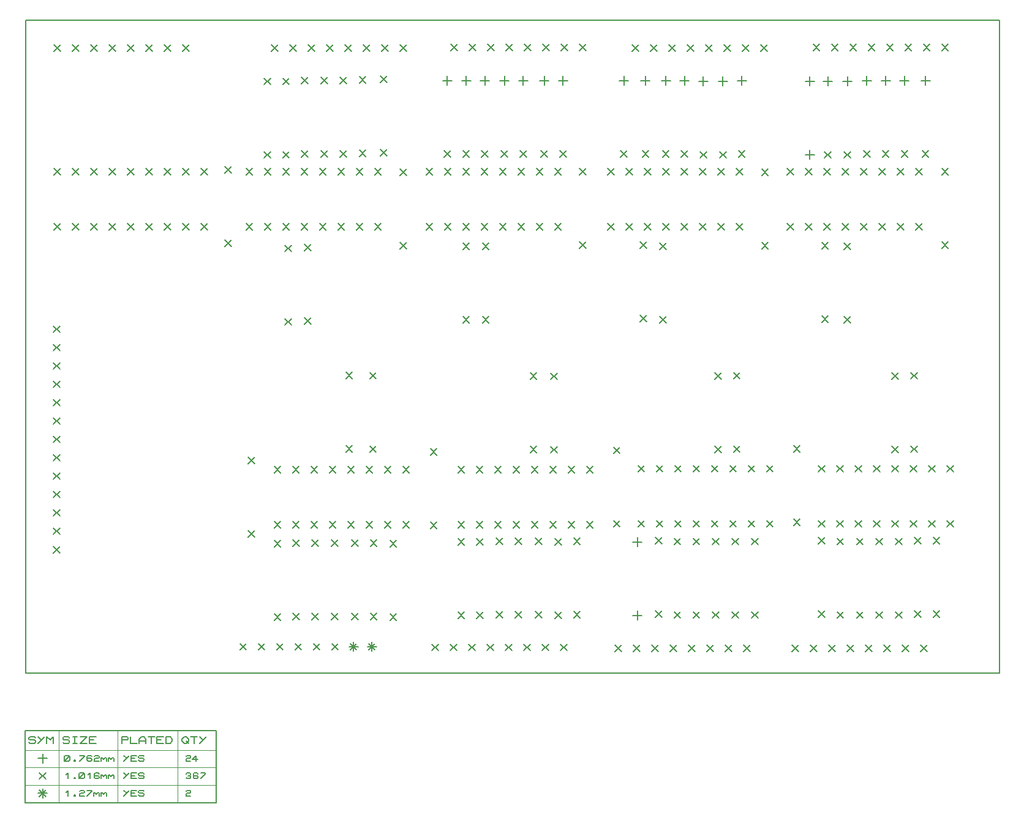
<source format=gbr>
G04 PROTEUS RS274X GERBER FILE*
%FSLAX45Y45*%
%MOMM*%
G01*
%ADD12C,0.203200*%
%ADD24C,0.127000*%
%ADD25C,0.063500*%
D12*
X-10034901Y-1797099D02*
X-9945099Y-1886901D01*
X-10034901Y-1886901D02*
X-9945099Y-1797099D01*
X-10034901Y-1543099D02*
X-9945099Y-1632901D01*
X-10034901Y-1632901D02*
X-9945099Y-1543099D01*
X-10034901Y-1289099D02*
X-9945099Y-1378901D01*
X-10034901Y-1378901D02*
X-9945099Y-1289099D01*
X-10034901Y-1035099D02*
X-9945099Y-1124901D01*
X-10034901Y-1124901D02*
X-9945099Y-1035099D01*
X-10034901Y-781099D02*
X-9945099Y-870901D01*
X-10034901Y-870901D02*
X-9945099Y-781099D01*
X-10034901Y-527099D02*
X-9945099Y-616901D01*
X-10034901Y-616901D02*
X-9945099Y-527099D01*
X-10034901Y-273099D02*
X-9945099Y-362901D01*
X-10034901Y-362901D02*
X-9945099Y-273099D01*
X-10034901Y-19099D02*
X-9945099Y-108901D01*
X-10034901Y-108901D02*
X-9945099Y-19099D01*
X-10034901Y+234901D02*
X-9945099Y+145099D01*
X-10034901Y+145099D02*
X-9945099Y+234901D01*
X-10034901Y+488901D02*
X-9945099Y+399099D01*
X-10034901Y+399099D02*
X-9945099Y+488901D01*
X-10034901Y+742901D02*
X-9945099Y+653099D01*
X-10034901Y+653099D02*
X-9945099Y+742901D01*
X-10034901Y+996901D02*
X-9945099Y+907099D01*
X-10034901Y+907099D02*
X-9945099Y+996901D01*
X-10024901Y+2414901D02*
X-9935099Y+2325099D01*
X-10024901Y+2325099D02*
X-9935099Y+2414901D01*
X-9770901Y+2414901D02*
X-9681099Y+2325099D01*
X-9770901Y+2325099D02*
X-9681099Y+2414901D01*
X-9516901Y+2414901D02*
X-9427099Y+2325099D01*
X-9516901Y+2325099D02*
X-9427099Y+2414901D01*
X-9262901Y+2414901D02*
X-9173099Y+2325099D01*
X-9262901Y+2325099D02*
X-9173099Y+2414901D01*
X-9008901Y+2414901D02*
X-8919099Y+2325099D01*
X-9008901Y+2325099D02*
X-8919099Y+2414901D01*
X-8754901Y+2414901D02*
X-8665099Y+2325099D01*
X-8754901Y+2325099D02*
X-8665099Y+2414901D01*
X-8500901Y+2414901D02*
X-8411099Y+2325099D01*
X-8500901Y+2325099D02*
X-8411099Y+2414901D01*
X-8246901Y+2414901D02*
X-8157099Y+2325099D01*
X-8246901Y+2325099D02*
X-8157099Y+2414901D01*
X-7992901Y+2414901D02*
X-7903099Y+2325099D01*
X-7992901Y+2325099D02*
X-7903099Y+2414901D01*
X-7992901Y+3176901D02*
X-7903099Y+3087099D01*
X-7992901Y+3087099D02*
X-7903099Y+3176901D01*
X-8246901Y+3176901D02*
X-8157099Y+3087099D01*
X-8246901Y+3087099D02*
X-8157099Y+3176901D01*
X-8500901Y+3176901D02*
X-8411099Y+3087099D01*
X-8500901Y+3087099D02*
X-8411099Y+3176901D01*
X-8754901Y+3176901D02*
X-8665099Y+3087099D01*
X-8754901Y+3087099D02*
X-8665099Y+3176901D01*
X-9008901Y+3176901D02*
X-8919099Y+3087099D01*
X-9008901Y+3087099D02*
X-8919099Y+3176901D01*
X-9262901Y+3176901D02*
X-9173099Y+3087099D01*
X-9262901Y+3087099D02*
X-9173099Y+3176901D01*
X-9516901Y+3176901D02*
X-9427099Y+3087099D01*
X-9516901Y+3087099D02*
X-9427099Y+3176901D01*
X-9770901Y+3176901D02*
X-9681099Y+3087099D01*
X-9770901Y+3087099D02*
X-9681099Y+3176901D01*
X-10024901Y+3176901D02*
X-9935099Y+3087099D01*
X-10024901Y+3087099D02*
X-9935099Y+3176901D01*
X-10034901Y-2057099D02*
X-9945099Y-2146901D01*
X-10034901Y-2146901D02*
X-9945099Y-2057099D01*
X-10024901Y+4884901D02*
X-9935099Y+4795099D01*
X-10024901Y+4795099D02*
X-9935099Y+4884901D01*
X-9770901Y+4884901D02*
X-9681099Y+4795099D01*
X-9770901Y+4795099D02*
X-9681099Y+4884901D01*
X-9516901Y+4884901D02*
X-9427099Y+4795099D01*
X-9516901Y+4795099D02*
X-9427099Y+4884901D01*
X-9262901Y+4884901D02*
X-9173099Y+4795099D01*
X-9262901Y+4795099D02*
X-9173099Y+4884901D01*
X-9008901Y+4884901D02*
X-8919099Y+4795099D01*
X-9008901Y+4795099D02*
X-8919099Y+4884901D01*
X-8754901Y+4884901D02*
X-8665099Y+4795099D01*
X-8754901Y+4795099D02*
X-8665099Y+4884901D01*
X-8500901Y+4884901D02*
X-8411099Y+4795099D01*
X-8500901Y+4795099D02*
X-8411099Y+4884901D01*
X-8246901Y+4884901D02*
X-8157099Y+4795099D01*
X-8246901Y+4795099D02*
X-8157099Y+4884901D01*
X-6982901Y-1707450D02*
X-6893099Y-1797252D01*
X-6982901Y-1797252D02*
X-6893099Y-1707450D01*
X-6728901Y-1707450D02*
X-6639099Y-1797252D01*
X-6728901Y-1797252D02*
X-6639099Y-1707450D01*
X-6474901Y-1707450D02*
X-6385099Y-1797252D01*
X-6474901Y-1797252D02*
X-6385099Y-1707450D01*
X-6220901Y-1707450D02*
X-6131099Y-1797252D01*
X-6220901Y-1797252D02*
X-6131099Y-1707450D01*
X-5966901Y-1707450D02*
X-5877099Y-1797252D01*
X-5966901Y-1797252D02*
X-5877099Y-1707450D01*
X-5712901Y-1707450D02*
X-5623099Y-1797252D01*
X-5712901Y-1797252D02*
X-5623099Y-1707450D01*
X-5458901Y-1707450D02*
X-5369099Y-1797252D01*
X-5458901Y-1797252D02*
X-5369099Y-1707450D01*
X-5204901Y-1707450D02*
X-5115099Y-1797252D01*
X-5204901Y-1797252D02*
X-5115099Y-1707450D01*
X-5204901Y-945450D02*
X-5115099Y-1035252D01*
X-5204901Y-1035252D02*
X-5115099Y-945450D01*
X-5458901Y-945450D02*
X-5369099Y-1035252D01*
X-5458901Y-1035252D02*
X-5369099Y-945450D01*
X-5712901Y-945450D02*
X-5623099Y-1035252D01*
X-5712901Y-1035252D02*
X-5623099Y-945450D01*
X-5966901Y-945450D02*
X-5877099Y-1035252D01*
X-5966901Y-1035252D02*
X-5877099Y-945450D01*
X-6220901Y-945450D02*
X-6131099Y-1035252D01*
X-6220901Y-1035252D02*
X-6131099Y-945450D01*
X-6474901Y-945450D02*
X-6385099Y-1035252D01*
X-6474901Y-1035252D02*
X-6385099Y-945450D01*
X-6728901Y-945450D02*
X-6639099Y-1035252D01*
X-6728901Y-1035252D02*
X-6639099Y-945450D01*
X-6982901Y-945450D02*
X-6893099Y-1035252D01*
X-6982901Y-1035252D02*
X-6893099Y-945450D01*
X-4442901Y-1707450D02*
X-4353099Y-1797252D01*
X-4442901Y-1797252D02*
X-4353099Y-1707450D01*
X-4188901Y-1707450D02*
X-4099099Y-1797252D01*
X-4188901Y-1797252D02*
X-4099099Y-1707450D01*
X-3934901Y-1707450D02*
X-3845099Y-1797252D01*
X-3934901Y-1797252D02*
X-3845099Y-1707450D01*
X-3680901Y-1707450D02*
X-3591099Y-1797252D01*
X-3680901Y-1797252D02*
X-3591099Y-1707450D01*
X-3426901Y-1707450D02*
X-3337099Y-1797252D01*
X-3426901Y-1797252D02*
X-3337099Y-1707450D01*
X-3172901Y-1707450D02*
X-3083099Y-1797252D01*
X-3172901Y-1797252D02*
X-3083099Y-1707450D01*
X-2918901Y-1707450D02*
X-2829099Y-1797252D01*
X-2918901Y-1797252D02*
X-2829099Y-1707450D01*
X-2664901Y-1707450D02*
X-2575099Y-1797252D01*
X-2664901Y-1797252D02*
X-2575099Y-1707450D01*
X-2664901Y-945450D02*
X-2575099Y-1035252D01*
X-2664901Y-1035252D02*
X-2575099Y-945450D01*
X-2918901Y-945450D02*
X-2829099Y-1035252D01*
X-2918901Y-1035252D02*
X-2829099Y-945450D01*
X-3172901Y-945450D02*
X-3083099Y-1035252D01*
X-3172901Y-1035252D02*
X-3083099Y-945450D01*
X-3426901Y-945450D02*
X-3337099Y-1035252D01*
X-3426901Y-1035252D02*
X-3337099Y-945450D01*
X-3680901Y-945450D02*
X-3591099Y-1035252D01*
X-3680901Y-1035252D02*
X-3591099Y-945450D01*
X-3934901Y-945450D02*
X-3845099Y-1035252D01*
X-3934901Y-1035252D02*
X-3845099Y-945450D01*
X-4188901Y-945450D02*
X-4099099Y-1035252D01*
X-4188901Y-1035252D02*
X-4099099Y-945450D01*
X-4442901Y-945450D02*
X-4353099Y-1035252D01*
X-4442901Y-1035252D02*
X-4353099Y-945450D01*
X-1952901Y-1697450D02*
X-1863099Y-1787252D01*
X-1952901Y-1787252D02*
X-1863099Y-1697450D01*
X-1698901Y-1697450D02*
X-1609099Y-1787252D01*
X-1698901Y-1787252D02*
X-1609099Y-1697450D01*
X-1444901Y-1697450D02*
X-1355099Y-1787252D01*
X-1444901Y-1787252D02*
X-1355099Y-1697450D01*
X-1190901Y-1697450D02*
X-1101099Y-1787252D01*
X-1190901Y-1787252D02*
X-1101099Y-1697450D01*
X-936901Y-1697450D02*
X-847099Y-1787252D01*
X-936901Y-1787252D02*
X-847099Y-1697450D01*
X-682901Y-1697450D02*
X-593099Y-1787252D01*
X-682901Y-1787252D02*
X-593099Y-1697450D01*
X-428901Y-1697450D02*
X-339099Y-1787252D01*
X-428901Y-1787252D02*
X-339099Y-1697450D01*
X-174901Y-1697450D02*
X-85099Y-1787252D01*
X-174901Y-1787252D02*
X-85099Y-1697450D01*
X-174901Y-935450D02*
X-85099Y-1025252D01*
X-174901Y-1025252D02*
X-85099Y-935450D01*
X-428901Y-935450D02*
X-339099Y-1025252D01*
X-428901Y-1025252D02*
X-339099Y-935450D01*
X-682901Y-935450D02*
X-593099Y-1025252D01*
X-682901Y-1025252D02*
X-593099Y-935450D01*
X-936901Y-935450D02*
X-847099Y-1025252D01*
X-936901Y-1025252D02*
X-847099Y-935450D01*
X-1190901Y-935450D02*
X-1101099Y-1025252D01*
X-1190901Y-1025252D02*
X-1101099Y-935450D01*
X-1444901Y-935450D02*
X-1355099Y-1025252D01*
X-1444901Y-1025252D02*
X-1355099Y-935450D01*
X-1698901Y-935450D02*
X-1609099Y-1025252D01*
X-1698901Y-1025252D02*
X-1609099Y-935450D01*
X-1952901Y-935450D02*
X-1863099Y-1025252D01*
X-1952901Y-1025252D02*
X-1863099Y-935450D01*
X+537099Y-1697450D02*
X+626901Y-1787252D01*
X+537099Y-1787252D02*
X+626901Y-1697450D01*
X+791099Y-1697450D02*
X+880901Y-1787252D01*
X+791099Y-1787252D02*
X+880901Y-1697450D01*
X+1045099Y-1697450D02*
X+1134901Y-1787252D01*
X+1045099Y-1787252D02*
X+1134901Y-1697450D01*
X+1299099Y-1697450D02*
X+1388901Y-1787252D01*
X+1299099Y-1787252D02*
X+1388901Y-1697450D01*
X+1553099Y-1697450D02*
X+1642901Y-1787252D01*
X+1553099Y-1787252D02*
X+1642901Y-1697450D01*
X+1807099Y-1697450D02*
X+1896901Y-1787252D01*
X+1807099Y-1787252D02*
X+1896901Y-1697450D01*
X+2061099Y-1697450D02*
X+2150901Y-1787252D01*
X+2061099Y-1787252D02*
X+2150901Y-1697450D01*
X+2315099Y-1697450D02*
X+2404901Y-1787252D01*
X+2315099Y-1787252D02*
X+2404901Y-1697450D01*
X+2315099Y-935450D02*
X+2404901Y-1025252D01*
X+2315099Y-1025252D02*
X+2404901Y-935450D01*
X+2061099Y-935450D02*
X+2150901Y-1025252D01*
X+2061099Y-1025252D02*
X+2150901Y-935450D01*
X+1807099Y-935450D02*
X+1896901Y-1025252D01*
X+1807099Y-1025252D02*
X+1896901Y-935450D01*
X+1553099Y-935450D02*
X+1642901Y-1025252D01*
X+1553099Y-1025252D02*
X+1642901Y-935450D01*
X+1299099Y-935450D02*
X+1388901Y-1025252D01*
X+1299099Y-1025252D02*
X+1388901Y-935450D01*
X+1045099Y-935450D02*
X+1134901Y-1025252D01*
X+1045099Y-1025252D02*
X+1134901Y-935450D01*
X+791099Y-935450D02*
X+880901Y-1025252D01*
X+791099Y-1025252D02*
X+880901Y-935450D01*
X+537099Y-935450D02*
X+626901Y-1025252D01*
X+537099Y-1025252D02*
X+626901Y-935450D01*
X+1885099Y+3174901D02*
X+1974901Y+3085099D01*
X+1885099Y+3085099D02*
X+1974901Y+3174901D01*
X+1631099Y+3174901D02*
X+1720901Y+3085099D01*
X+1631099Y+3085099D02*
X+1720901Y+3174901D01*
X+1377099Y+3174901D02*
X+1466901Y+3085099D01*
X+1377099Y+3085099D02*
X+1466901Y+3174901D01*
X+1123099Y+3174901D02*
X+1212901Y+3085099D01*
X+1123099Y+3085099D02*
X+1212901Y+3174901D01*
X+869099Y+3174901D02*
X+958901Y+3085099D01*
X+869099Y+3085099D02*
X+958901Y+3174901D01*
X+615099Y+3174901D02*
X+704901Y+3085099D01*
X+615099Y+3085099D02*
X+704901Y+3174901D01*
X+361099Y+3174901D02*
X+450901Y+3085099D01*
X+361099Y+3085099D02*
X+450901Y+3174901D01*
X+107099Y+3174901D02*
X+196901Y+3085099D01*
X+107099Y+3085099D02*
X+196901Y+3174901D01*
X+107099Y+2412901D02*
X+196901Y+2323099D01*
X+107099Y+2323099D02*
X+196901Y+2412901D01*
X+361099Y+2412901D02*
X+450901Y+2323099D01*
X+361099Y+2323099D02*
X+450901Y+2412901D01*
X+615099Y+2412901D02*
X+704901Y+2323099D01*
X+615099Y+2323099D02*
X+704901Y+2412901D01*
X+869099Y+2412901D02*
X+958901Y+2323099D01*
X+869099Y+2323099D02*
X+958901Y+2412901D01*
X+1123099Y+2412901D02*
X+1212901Y+2323099D01*
X+1123099Y+2323099D02*
X+1212901Y+2412901D01*
X+1377099Y+2412901D02*
X+1466901Y+2323099D01*
X+1377099Y+2323099D02*
X+1466901Y+2412901D01*
X+1631099Y+2412901D02*
X+1720901Y+2323099D01*
X+1631099Y+2323099D02*
X+1720901Y+2412901D01*
X+1885099Y+2412901D02*
X+1974901Y+2323099D01*
X+1885099Y+2323099D02*
X+1974901Y+2412901D01*
X-594901Y+3174901D02*
X-505099Y+3085099D01*
X-594901Y+3085099D02*
X-505099Y+3174901D01*
X-848901Y+3174901D02*
X-759099Y+3085099D01*
X-848901Y+3085099D02*
X-759099Y+3174901D01*
X-1102901Y+3174901D02*
X-1013099Y+3085099D01*
X-1102901Y+3085099D02*
X-1013099Y+3174901D01*
X-1356901Y+3174901D02*
X-1267099Y+3085099D01*
X-1356901Y+3085099D02*
X-1267099Y+3174901D01*
X-1610901Y+3174901D02*
X-1521099Y+3085099D01*
X-1610901Y+3085099D02*
X-1521099Y+3174901D01*
X-1864901Y+3174901D02*
X-1775099Y+3085099D01*
X-1864901Y+3085099D02*
X-1775099Y+3174901D01*
X-2118901Y+3174901D02*
X-2029099Y+3085099D01*
X-2118901Y+3085099D02*
X-2029099Y+3174901D01*
X-2372901Y+3174901D02*
X-2283099Y+3085099D01*
X-2372901Y+3085099D02*
X-2283099Y+3174901D01*
X-2372901Y+2412901D02*
X-2283099Y+2323099D01*
X-2372901Y+2323099D02*
X-2283099Y+2412901D01*
X-2118901Y+2412901D02*
X-2029099Y+2323099D01*
X-2118901Y+2323099D02*
X-2029099Y+2412901D01*
X-1864901Y+2412901D02*
X-1775099Y+2323099D01*
X-1864901Y+2323099D02*
X-1775099Y+2412901D01*
X-1610901Y+2412901D02*
X-1521099Y+2323099D01*
X-1610901Y+2323099D02*
X-1521099Y+2412901D01*
X-1356901Y+2412901D02*
X-1267099Y+2323099D01*
X-1356901Y+2323099D02*
X-1267099Y+2412901D01*
X-1102901Y+2412901D02*
X-1013099Y+2323099D01*
X-1102901Y+2323099D02*
X-1013099Y+2412901D01*
X-848901Y+2412901D02*
X-759099Y+2323099D01*
X-848901Y+2323099D02*
X-759099Y+2412901D01*
X-594901Y+2412901D02*
X-505099Y+2323099D01*
X-594901Y+2323099D02*
X-505099Y+2412901D01*
X-3104901Y+3174901D02*
X-3015099Y+3085099D01*
X-3104901Y+3085099D02*
X-3015099Y+3174901D01*
X-3358901Y+3174901D02*
X-3269099Y+3085099D01*
X-3358901Y+3085099D02*
X-3269099Y+3174901D01*
X-3612901Y+3174901D02*
X-3523099Y+3085099D01*
X-3612901Y+3085099D02*
X-3523099Y+3174901D01*
X-3866901Y+3174901D02*
X-3777099Y+3085099D01*
X-3866901Y+3085099D02*
X-3777099Y+3174901D01*
X-4120901Y+3174901D02*
X-4031099Y+3085099D01*
X-4120901Y+3085099D02*
X-4031099Y+3174901D01*
X-4374901Y+3174901D02*
X-4285099Y+3085099D01*
X-4374901Y+3085099D02*
X-4285099Y+3174901D01*
X-4628901Y+3174901D02*
X-4539099Y+3085099D01*
X-4628901Y+3085099D02*
X-4539099Y+3174901D01*
X-4882901Y+3174901D02*
X-4793099Y+3085099D01*
X-4882901Y+3085099D02*
X-4793099Y+3174901D01*
X-4882901Y+2412901D02*
X-4793099Y+2323099D01*
X-4882901Y+2323099D02*
X-4793099Y+2412901D01*
X-4628901Y+2412901D02*
X-4539099Y+2323099D01*
X-4628901Y+2323099D02*
X-4539099Y+2412901D01*
X-4374901Y+2412901D02*
X-4285099Y+2323099D01*
X-4374901Y+2323099D02*
X-4285099Y+2412901D01*
X-4120901Y+2412901D02*
X-4031099Y+2323099D01*
X-4120901Y+2323099D02*
X-4031099Y+2412901D01*
X-3866901Y+2412901D02*
X-3777099Y+2323099D01*
X-3866901Y+2323099D02*
X-3777099Y+2412901D01*
X-3612901Y+2412901D02*
X-3523099Y+2323099D01*
X-3612901Y+2323099D02*
X-3523099Y+2412901D01*
X-3358901Y+2412901D02*
X-3269099Y+2323099D01*
X-3358901Y+2323099D02*
X-3269099Y+2412901D01*
X-3104901Y+2412901D02*
X-3015099Y+2323099D01*
X-3104901Y+2323099D02*
X-3015099Y+2412901D01*
X-5594901Y+3174901D02*
X-5505099Y+3085099D01*
X-5594901Y+3085099D02*
X-5505099Y+3174901D01*
X-5848901Y+3174901D02*
X-5759099Y+3085099D01*
X-5848901Y+3085099D02*
X-5759099Y+3174901D01*
X-6102901Y+3174901D02*
X-6013099Y+3085099D01*
X-6102901Y+3085099D02*
X-6013099Y+3174901D01*
X-6356901Y+3174901D02*
X-6267099Y+3085099D01*
X-6356901Y+3085099D02*
X-6267099Y+3174901D01*
X-6610901Y+3174901D02*
X-6521099Y+3085099D01*
X-6610901Y+3085099D02*
X-6521099Y+3174901D01*
X-6864901Y+3174901D02*
X-6775099Y+3085099D01*
X-6864901Y+3085099D02*
X-6775099Y+3174901D01*
X-7118901Y+3174901D02*
X-7029099Y+3085099D01*
X-7118901Y+3085099D02*
X-7029099Y+3174901D01*
X-7372901Y+3174901D02*
X-7283099Y+3085099D01*
X-7372901Y+3085099D02*
X-7283099Y+3174901D01*
X-7372901Y+2412901D02*
X-7283099Y+2323099D01*
X-7372901Y+2323099D02*
X-7283099Y+2412901D01*
X-7118901Y+2412901D02*
X-7029099Y+2323099D01*
X-7118901Y+2323099D02*
X-7029099Y+2412901D01*
X-6864901Y+2412901D02*
X-6775099Y+2323099D01*
X-6864901Y+2323099D02*
X-6775099Y+2412901D01*
X-6610901Y+2412901D02*
X-6521099Y+2323099D01*
X-6610901Y+2323099D02*
X-6521099Y+2412901D01*
X-6356901Y+2412901D02*
X-6267099Y+2323099D01*
X-6356901Y+2323099D02*
X-6267099Y+2412901D01*
X-6102901Y+2412901D02*
X-6013099Y+2323099D01*
X-6102901Y+2323099D02*
X-6013099Y+2412901D01*
X-5848901Y+2412901D02*
X-5759099Y+2323099D01*
X-5848901Y+2323099D02*
X-5759099Y+2412901D01*
X-5594901Y+2412901D02*
X-5505099Y+2323099D01*
X-5594901Y+2323099D02*
X-5505099Y+2412901D01*
X-6564901Y+2124901D02*
X-6475099Y+2035099D01*
X-6564901Y+2035099D02*
X-6475099Y+2124901D01*
X-6564901Y+1108901D02*
X-6475099Y+1019099D01*
X-6564901Y+1019099D02*
X-6475099Y+1108901D01*
X-4104901Y+2144901D02*
X-4015099Y+2055099D01*
X-4104901Y+2055099D02*
X-4015099Y+2144901D01*
X-4104901Y+1128901D02*
X-4015099Y+1039099D01*
X-4104901Y+1039099D02*
X-4015099Y+1128901D01*
X-1654901Y+2144901D02*
X-1565099Y+2055099D01*
X-1654901Y+2055099D02*
X-1565099Y+2144901D01*
X-1654901Y+1128901D02*
X-1565099Y+1039099D01*
X-1654901Y+1039099D02*
X-1565099Y+1128901D01*
X+895099Y+2144901D02*
X+984901Y+2055099D01*
X+895099Y+2055099D02*
X+984901Y+2144901D01*
X+895099Y+1128901D02*
X+984901Y+1039099D01*
X+895099Y+1039099D02*
X+984901Y+1128901D01*
X+1557099Y-667450D02*
X+1646901Y-757252D01*
X+1557099Y-757252D02*
X+1646901Y-667450D01*
X+1557099Y+348550D02*
X+1646901Y+258748D01*
X+1557099Y+258748D02*
X+1646901Y+348550D01*
X-892901Y-667450D02*
X-803099Y-757252D01*
X-892901Y-757252D02*
X-803099Y-667450D01*
X-892901Y+348550D02*
X-803099Y+258748D01*
X-892901Y+258748D02*
X-803099Y+348550D01*
X-3442901Y-667450D02*
X-3353099Y-757252D01*
X-3442901Y-757252D02*
X-3353099Y-667450D01*
X-3442901Y+348550D02*
X-3353099Y+258748D01*
X-3442901Y+258748D02*
X-3353099Y+348550D01*
X-5992901Y-657450D02*
X-5903099Y-747252D01*
X-5992901Y-747252D02*
X-5903099Y-657450D01*
X-5992901Y+358550D02*
X-5903099Y+268748D01*
X-5992901Y+268748D02*
X-5903099Y+358550D01*
X-7664901Y+2184901D02*
X-7575099Y+2095099D01*
X-7664901Y+2095099D02*
X-7575099Y+2184901D01*
X-7664901Y+3200901D02*
X-7575099Y+3111099D01*
X-7664901Y+3111099D02*
X-7575099Y+3200901D01*
X-5662901Y+352550D02*
X-5573099Y+262748D01*
X-5662901Y+262748D02*
X-5573099Y+352550D01*
X-5662901Y-663450D02*
X-5573099Y-753252D01*
X-5662901Y-753252D02*
X-5573099Y-663450D01*
X-3162901Y+342550D02*
X-3073099Y+252748D01*
X-3162901Y+252748D02*
X-3073099Y+342550D01*
X-3162901Y-673450D02*
X-3073099Y-763252D01*
X-3162901Y-763252D02*
X-3073099Y-673450D01*
X-632901Y+352550D02*
X-543099Y+262748D01*
X-632901Y+262748D02*
X-543099Y+352550D01*
X-632901Y-663450D02*
X-543099Y-753252D01*
X-632901Y-753252D02*
X-543099Y-663450D01*
X+1817099Y+352550D02*
X+1906901Y+262748D01*
X+1817099Y+262748D02*
X+1906901Y+352550D01*
X+1817099Y-663450D02*
X+1906901Y-753252D01*
X+1817099Y-753252D02*
X+1906901Y-663450D01*
X+585099Y+1134901D02*
X+674901Y+1045099D01*
X+585099Y+1045099D02*
X+674901Y+1134901D01*
X+585099Y+2150901D02*
X+674901Y+2061099D01*
X+585099Y+2061099D02*
X+674901Y+2150901D01*
X-1924901Y+1144901D02*
X-1835099Y+1055099D01*
X-1924901Y+1055099D02*
X-1835099Y+1144901D01*
X-1924901Y+2160901D02*
X-1835099Y+2071099D01*
X-1924901Y+2071099D02*
X-1835099Y+2160901D01*
X-6834901Y+1098901D02*
X-6745099Y+1009099D01*
X-6834901Y+1009099D02*
X-6745099Y+1098901D01*
X-6834901Y+2114901D02*
X-6745099Y+2025099D01*
X-6834901Y+2025099D02*
X-6745099Y+2114901D01*
X-4374901Y+1124901D02*
X-4285099Y+1035099D01*
X-4374901Y+1035099D02*
X-4285099Y+1124901D01*
X-4374901Y+2140901D02*
X-4285099Y+2051099D01*
X-4374901Y+2051099D02*
X-4285099Y+2140901D01*
X-7342901Y-1837450D02*
X-7253099Y-1927252D01*
X-7342901Y-1927252D02*
X-7253099Y-1837450D01*
X-7342901Y-821450D02*
X-7253099Y-911252D01*
X-7342901Y-911252D02*
X-7253099Y-821450D01*
X-4822901Y-1717450D02*
X-4733099Y-1807252D01*
X-4822901Y-1807252D02*
X-4733099Y-1717450D01*
X-4822901Y-701450D02*
X-4733099Y-791252D01*
X-4822901Y-791252D02*
X-4733099Y-701450D01*
X-2292901Y-1697450D02*
X-2203099Y-1787252D01*
X-2292901Y-1787252D02*
X-2203099Y-1697450D01*
X-2292901Y-681450D02*
X-2203099Y-771252D01*
X-2292901Y-771252D02*
X-2203099Y-681450D01*
X+197099Y-1677450D02*
X+286901Y-1767252D01*
X+197099Y-1767252D02*
X+286901Y-1677450D01*
X+197099Y-661450D02*
X+286901Y-751252D01*
X+197099Y-751252D02*
X+286901Y-661450D01*
X+2245099Y+3174901D02*
X+2334901Y+3085099D01*
X+2245099Y+3085099D02*
X+2334901Y+3174901D01*
X+2245099Y+2158901D02*
X+2334901Y+2069099D01*
X+2245099Y+2069099D02*
X+2334901Y+2158901D01*
X-244901Y+3164901D02*
X-155099Y+3075099D01*
X-244901Y+3075099D02*
X-155099Y+3164901D01*
X-244901Y+2148901D02*
X-155099Y+2059099D01*
X-244901Y+2059099D02*
X-155099Y+2148901D01*
X-2764901Y+3174901D02*
X-2675099Y+3085099D01*
X-2764901Y+3085099D02*
X-2675099Y+3174901D01*
X-2764901Y+2158901D02*
X-2675099Y+2069099D01*
X-2764901Y+2069099D02*
X-2675099Y+2158901D01*
X-5244901Y+3164901D02*
X-5155099Y+3075099D01*
X-5244901Y+3075099D02*
X-5155099Y+3164901D01*
X-5244901Y+2148901D02*
X-5155099Y+2059099D01*
X-5244901Y+2059099D02*
X-5155099Y+2148901D01*
X-7456901Y-3397450D02*
X-7367099Y-3487252D01*
X-7456901Y-3487252D02*
X-7367099Y-3397450D01*
X-7202901Y-3397450D02*
X-7113099Y-3487252D01*
X-7202901Y-3487252D02*
X-7113099Y-3397450D01*
X-6948901Y-3397450D02*
X-6859099Y-3487252D01*
X-6948901Y-3487252D02*
X-6859099Y-3397450D01*
X-6694901Y-3397450D02*
X-6605099Y-3487252D01*
X-6694901Y-3487252D02*
X-6605099Y-3397450D01*
X-6440901Y-3397450D02*
X-6351099Y-3487252D01*
X-6440901Y-3487252D02*
X-6351099Y-3397450D01*
X-6186901Y-3397450D02*
X-6097099Y-3487252D01*
X-6186901Y-3487252D02*
X-6097099Y-3397450D01*
X-5888000Y-3378851D02*
X-5888000Y-3505851D01*
X-5951500Y-3442351D02*
X-5824500Y-3442351D01*
X-5932901Y-3397450D02*
X-5843099Y-3487252D01*
X-5932901Y-3487252D02*
X-5843099Y-3397450D01*
X-5634000Y-3378851D02*
X-5634000Y-3505851D01*
X-5697500Y-3442351D02*
X-5570500Y-3442351D01*
X-5678901Y-3397450D02*
X-5589099Y-3487252D01*
X-5678901Y-3487252D02*
X-5589099Y-3397450D01*
X-4802901Y-3407450D02*
X-4713099Y-3497252D01*
X-4802901Y-3497252D02*
X-4713099Y-3407450D01*
X-4548901Y-3407450D02*
X-4459099Y-3497252D01*
X-4548901Y-3497252D02*
X-4459099Y-3407450D01*
X-4294901Y-3407450D02*
X-4205099Y-3497252D01*
X-4294901Y-3497252D02*
X-4205099Y-3407450D01*
X-4040901Y-3407450D02*
X-3951099Y-3497252D01*
X-4040901Y-3497252D02*
X-3951099Y-3407450D01*
X-3786901Y-3407450D02*
X-3697099Y-3497252D01*
X-3786901Y-3497252D02*
X-3697099Y-3407450D01*
X-3532901Y-3407450D02*
X-3443099Y-3497252D01*
X-3532901Y-3497252D02*
X-3443099Y-3407450D01*
X-3278901Y-3407450D02*
X-3189099Y-3497252D01*
X-3278901Y-3497252D02*
X-3189099Y-3407450D01*
X-3024901Y-3407450D02*
X-2935099Y-3497252D01*
X-3024901Y-3497252D02*
X-2935099Y-3407450D01*
X-2270901Y-3417450D02*
X-2181099Y-3507252D01*
X-2270901Y-3507252D02*
X-2181099Y-3417450D01*
X-2016901Y-3417450D02*
X-1927099Y-3507252D01*
X-2016901Y-3507252D02*
X-1927099Y-3417450D01*
X-1762901Y-3417450D02*
X-1673099Y-3507252D01*
X-1762901Y-3507252D02*
X-1673099Y-3417450D01*
X-1508901Y-3417450D02*
X-1419099Y-3507252D01*
X-1508901Y-3507252D02*
X-1419099Y-3417450D01*
X-1254901Y-3417450D02*
X-1165099Y-3507252D01*
X-1254901Y-3507252D02*
X-1165099Y-3417450D01*
X-1000901Y-3417450D02*
X-911099Y-3507252D01*
X-1000901Y-3507252D02*
X-911099Y-3417450D01*
X-746901Y-3417450D02*
X-657099Y-3507252D01*
X-746901Y-3507252D02*
X-657099Y-3417450D01*
X-492901Y-3417450D02*
X-403099Y-3507252D01*
X-492901Y-3507252D02*
X-403099Y-3417450D01*
X+177099Y-3417450D02*
X+266901Y-3507252D01*
X+177099Y-3507252D02*
X+266901Y-3417450D01*
X+431099Y-3417450D02*
X+520901Y-3507252D01*
X+431099Y-3507252D02*
X+520901Y-3417450D01*
X+685099Y-3417450D02*
X+774901Y-3507252D01*
X+685099Y-3507252D02*
X+774901Y-3417450D01*
X+939099Y-3417450D02*
X+1028901Y-3507252D01*
X+939099Y-3507252D02*
X+1028901Y-3417450D01*
X+1193099Y-3417450D02*
X+1282901Y-3507252D01*
X+1193099Y-3507252D02*
X+1282901Y-3417450D01*
X+1447099Y-3417450D02*
X+1536901Y-3507252D01*
X+1447099Y-3507252D02*
X+1536901Y-3417450D01*
X+1701099Y-3417450D02*
X+1790901Y-3507252D01*
X+1701099Y-3507252D02*
X+1790901Y-3417450D01*
X+1955099Y-3417450D02*
X+2044901Y-3507252D01*
X+1955099Y-3507252D02*
X+2044901Y-3417450D01*
X+2245099Y+4894901D02*
X+2334901Y+4805099D01*
X+2245099Y+4805099D02*
X+2334901Y+4894901D01*
X+1991099Y+4894901D02*
X+2080901Y+4805099D01*
X+1991099Y+4805099D02*
X+2080901Y+4894901D01*
X+1737099Y+4894901D02*
X+1826901Y+4805099D01*
X+1737099Y+4805099D02*
X+1826901Y+4894901D01*
X+1483099Y+4894901D02*
X+1572901Y+4805099D01*
X+1483099Y+4805099D02*
X+1572901Y+4894901D01*
X+1229099Y+4894901D02*
X+1318901Y+4805099D01*
X+1229099Y+4805099D02*
X+1318901Y+4894901D01*
X+975099Y+4894901D02*
X+1064901Y+4805099D01*
X+975099Y+4805099D02*
X+1064901Y+4894901D01*
X+721099Y+4894901D02*
X+810901Y+4805099D01*
X+721099Y+4805099D02*
X+810901Y+4894901D01*
X+467099Y+4894901D02*
X+556901Y+4805099D01*
X+467099Y+4805099D02*
X+556901Y+4894901D01*
X-254901Y+4884901D02*
X-165099Y+4795099D01*
X-254901Y+4795099D02*
X-165099Y+4884901D01*
X-508901Y+4884901D02*
X-419099Y+4795099D01*
X-508901Y+4795099D02*
X-419099Y+4884901D01*
X-762901Y+4884901D02*
X-673099Y+4795099D01*
X-762901Y+4795099D02*
X-673099Y+4884901D01*
X-1016901Y+4884901D02*
X-927099Y+4795099D01*
X-1016901Y+4795099D02*
X-927099Y+4884901D01*
X-1270901Y+4884901D02*
X-1181099Y+4795099D01*
X-1270901Y+4795099D02*
X-1181099Y+4884901D01*
X-1524901Y+4884901D02*
X-1435099Y+4795099D01*
X-1524901Y+4795099D02*
X-1435099Y+4884901D01*
X-1778901Y+4884901D02*
X-1689099Y+4795099D01*
X-1778901Y+4795099D02*
X-1689099Y+4884901D01*
X-2032901Y+4884901D02*
X-1943099Y+4795099D01*
X-2032901Y+4795099D02*
X-1943099Y+4884901D01*
X-2764901Y+4894901D02*
X-2675099Y+4805099D01*
X-2764901Y+4805099D02*
X-2675099Y+4894901D01*
X-3018901Y+4894901D02*
X-2929099Y+4805099D01*
X-3018901Y+4805099D02*
X-2929099Y+4894901D01*
X-3272901Y+4894901D02*
X-3183099Y+4805099D01*
X-3272901Y+4805099D02*
X-3183099Y+4894901D01*
X-3526901Y+4894901D02*
X-3437099Y+4805099D01*
X-3526901Y+4805099D02*
X-3437099Y+4894901D01*
X-3780901Y+4894901D02*
X-3691099Y+4805099D01*
X-3780901Y+4805099D02*
X-3691099Y+4894901D01*
X-4034901Y+4894901D02*
X-3945099Y+4805099D01*
X-4034901Y+4805099D02*
X-3945099Y+4894901D01*
X-4288901Y+4894901D02*
X-4199099Y+4805099D01*
X-4288901Y+4805099D02*
X-4199099Y+4894901D01*
X-4542901Y+4894901D02*
X-4453099Y+4805099D01*
X-4542901Y+4805099D02*
X-4453099Y+4894901D01*
X-5244901Y+4884901D02*
X-5155099Y+4795099D01*
X-5244901Y+4795099D02*
X-5155099Y+4884901D01*
X-5498901Y+4884901D02*
X-5409099Y+4795099D01*
X-5498901Y+4795099D02*
X-5409099Y+4884901D01*
X-5752901Y+4884901D02*
X-5663099Y+4795099D01*
X-5752901Y+4795099D02*
X-5663099Y+4884901D01*
X-6006901Y+4884901D02*
X-5917099Y+4795099D01*
X-6006901Y+4795099D02*
X-5917099Y+4884901D01*
X-6260901Y+4884901D02*
X-6171099Y+4795099D01*
X-6260901Y+4795099D02*
X-6171099Y+4884901D01*
X-6514901Y+4884901D02*
X-6425099Y+4795099D01*
X-6514901Y+4795099D02*
X-6425099Y+4884901D01*
X-6768901Y+4884901D02*
X-6679099Y+4795099D01*
X-6768901Y+4795099D02*
X-6679099Y+4884901D01*
X-7022901Y+4884901D02*
X-6933099Y+4795099D01*
X-7022901Y+4795099D02*
X-6933099Y+4884901D01*
X-6982901Y-2987450D02*
X-6893099Y-3077252D01*
X-6982901Y-3077252D02*
X-6893099Y-2987450D01*
X-6982901Y-1971450D02*
X-6893099Y-2061252D01*
X-6982901Y-2061252D02*
X-6893099Y-1971450D01*
X-6722901Y-2977450D02*
X-6633099Y-3067252D01*
X-6722901Y-3067252D02*
X-6633099Y-2977450D01*
X-6722901Y-1961450D02*
X-6633099Y-2051252D01*
X-6722901Y-2051252D02*
X-6633099Y-1961450D01*
X-6462901Y-2977450D02*
X-6373099Y-3067252D01*
X-6462901Y-3067252D02*
X-6373099Y-2977450D01*
X-6462901Y-1961450D02*
X-6373099Y-2051252D01*
X-6462901Y-2051252D02*
X-6373099Y-1961450D01*
X-6192901Y-2977450D02*
X-6103099Y-3067252D01*
X-6192901Y-3067252D02*
X-6103099Y-2977450D01*
X-6192901Y-1961450D02*
X-6103099Y-2051252D01*
X-6192901Y-2051252D02*
X-6103099Y-1961450D01*
X-5912901Y-2977450D02*
X-5823099Y-3067252D01*
X-5912901Y-3067252D02*
X-5823099Y-2977450D01*
X-5912901Y-1961450D02*
X-5823099Y-2051252D01*
X-5912901Y-2051252D02*
X-5823099Y-1961450D01*
X-5652901Y-2977450D02*
X-5563099Y-3067252D01*
X-5652901Y-3067252D02*
X-5563099Y-2977450D01*
X-5652901Y-1961450D02*
X-5563099Y-2051252D01*
X-5652901Y-2051252D02*
X-5563099Y-1961450D01*
X-5382901Y-2987450D02*
X-5293099Y-3077252D01*
X-5382901Y-3077252D02*
X-5293099Y-2987450D01*
X-5382901Y-1971450D02*
X-5293099Y-2061252D01*
X-5382901Y-2061252D02*
X-5293099Y-1971450D01*
X-4442901Y-2963450D02*
X-4353099Y-3053252D01*
X-4442901Y-3053252D02*
X-4353099Y-2963450D01*
X-4442901Y-1947450D02*
X-4353099Y-2037252D01*
X-4442901Y-2037252D02*
X-4353099Y-1947450D01*
X-4182901Y-2963450D02*
X-4093099Y-3053252D01*
X-4182901Y-3053252D02*
X-4093099Y-2963450D01*
X-4182901Y-1947450D02*
X-4093099Y-2037252D01*
X-4182901Y-2037252D02*
X-4093099Y-1947450D01*
X-3912901Y-2953450D02*
X-3823099Y-3043252D01*
X-3912901Y-3043252D02*
X-3823099Y-2953450D01*
X-3912901Y-1937450D02*
X-3823099Y-2027252D01*
X-3912901Y-2027252D02*
X-3823099Y-1937450D01*
X-3652901Y-2953450D02*
X-3563099Y-3043252D01*
X-3652901Y-3043252D02*
X-3563099Y-2953450D01*
X-3652901Y-1937450D02*
X-3563099Y-2027252D01*
X-3652901Y-2027252D02*
X-3563099Y-1937450D01*
X-3372901Y-2953450D02*
X-3283099Y-3043252D01*
X-3372901Y-3043252D02*
X-3283099Y-2953450D01*
X-3372901Y-1937450D02*
X-3283099Y-2027252D01*
X-3372901Y-2027252D02*
X-3283099Y-1937450D01*
X-3102901Y-2963450D02*
X-3013099Y-3053252D01*
X-3102901Y-3053252D02*
X-3013099Y-2963450D01*
X-3102901Y-1947450D02*
X-3013099Y-2037252D01*
X-3102901Y-2037252D02*
X-3013099Y-1947450D01*
X-2842901Y-2953450D02*
X-2753099Y-3043252D01*
X-2842901Y-3043252D02*
X-2753099Y-2953450D01*
X-2842901Y-1937450D02*
X-2753099Y-2027252D01*
X-2842901Y-2027252D02*
X-2753099Y-1937450D01*
X-1712901Y-2947450D02*
X-1623099Y-3037252D01*
X-1712901Y-3037252D02*
X-1623099Y-2947450D01*
X-1712901Y-1931450D02*
X-1623099Y-2021252D01*
X-1712901Y-2021252D02*
X-1623099Y-1931450D01*
X-1452901Y-2957450D02*
X-1363099Y-3047252D01*
X-1452901Y-3047252D02*
X-1363099Y-2957450D01*
X-1452901Y-1941450D02*
X-1363099Y-2031252D01*
X-1452901Y-2031252D02*
X-1363099Y-1941450D01*
X-1192901Y-2957450D02*
X-1103099Y-3047252D01*
X-1192901Y-3047252D02*
X-1103099Y-2957450D01*
X-1192901Y-1941450D02*
X-1103099Y-2031252D01*
X-1192901Y-2031252D02*
X-1103099Y-1941450D01*
X-922901Y-2957450D02*
X-833099Y-3047252D01*
X-922901Y-3047252D02*
X-833099Y-2957450D01*
X-922901Y-1941450D02*
X-833099Y-2031252D01*
X-922901Y-2031252D02*
X-833099Y-1941450D01*
X-652901Y-2957450D02*
X-563099Y-3047252D01*
X-652901Y-3047252D02*
X-563099Y-2957450D01*
X-652901Y-1941450D02*
X-563099Y-2031252D01*
X-652901Y-2031252D02*
X-563099Y-1941450D01*
X-382901Y-2957450D02*
X-293099Y-3047252D01*
X-382901Y-3047252D02*
X-293099Y-2957450D01*
X-382901Y-1941450D02*
X-293099Y-2031252D01*
X-382901Y-2031252D02*
X-293099Y-1941450D01*
X+537099Y-2947450D02*
X+626901Y-3037252D01*
X+537099Y-3037252D02*
X+626901Y-2947450D01*
X+537099Y-1931450D02*
X+626901Y-2021252D01*
X+537099Y-2021252D02*
X+626901Y-1931450D01*
X+797099Y-2957450D02*
X+886901Y-3047252D01*
X+797099Y-3047252D02*
X+886901Y-2957450D01*
X+797099Y-1941450D02*
X+886901Y-2031252D01*
X+797099Y-2031252D02*
X+886901Y-1941450D01*
X+1067099Y-2957450D02*
X+1156901Y-3047252D01*
X+1067099Y-3047252D02*
X+1156901Y-2957450D01*
X+1067099Y-1941450D02*
X+1156901Y-2031252D01*
X+1067099Y-2031252D02*
X+1156901Y-1941450D01*
X+1337099Y-2957450D02*
X+1426901Y-3047252D01*
X+1337099Y-3047252D02*
X+1426901Y-2957450D01*
X+1337099Y-1941450D02*
X+1426901Y-2031252D01*
X+1337099Y-2031252D02*
X+1426901Y-1941450D01*
X+1607099Y-2957450D02*
X+1696901Y-3047252D01*
X+1607099Y-3047252D02*
X+1696901Y-2957450D01*
X+1607099Y-1941450D02*
X+1696901Y-2031252D01*
X+1607099Y-2031252D02*
X+1696901Y-1941450D01*
X+1867099Y-2947450D02*
X+1956901Y-3037252D01*
X+1867099Y-3037252D02*
X+1956901Y-2947450D01*
X+1867099Y-1931450D02*
X+1956901Y-2021252D01*
X+1867099Y-2021252D02*
X+1956901Y-1931450D01*
X+2127099Y-2947450D02*
X+2216901Y-3037252D01*
X+2127099Y-3037252D02*
X+2216901Y-2947450D01*
X+2127099Y-1931450D02*
X+2216901Y-2021252D01*
X+2127099Y-2021252D02*
X+2216901Y-1931450D01*
X+2020000Y+4453500D02*
X+2020000Y+4326500D01*
X+1956500Y+4390000D02*
X+2083500Y+4390000D01*
X+1975099Y+3418901D02*
X+2064901Y+3329099D01*
X+1975099Y+3329099D02*
X+2064901Y+3418901D01*
X+1730000Y+4453500D02*
X+1730000Y+4326500D01*
X+1666500Y+4390000D02*
X+1793500Y+4390000D01*
X+1685099Y+3418901D02*
X+1774901Y+3329099D01*
X+1685099Y+3329099D02*
X+1774901Y+3418901D01*
X+1470000Y+4453500D02*
X+1470000Y+4326500D01*
X+1406500Y+4390000D02*
X+1533500Y+4390000D01*
X+1425099Y+3418901D02*
X+1514901Y+3329099D01*
X+1425099Y+3329099D02*
X+1514901Y+3418901D01*
X+1210000Y+4453500D02*
X+1210000Y+4326500D01*
X+1146500Y+4390000D02*
X+1273500Y+4390000D01*
X+1165099Y+3418901D02*
X+1254901Y+3329099D01*
X+1165099Y+3329099D02*
X+1254901Y+3418901D01*
X+940000Y+4443500D02*
X+940000Y+4316500D01*
X+876500Y+4380000D02*
X+1003500Y+4380000D01*
X+895099Y+3408901D02*
X+984901Y+3319099D01*
X+895099Y+3319099D02*
X+984901Y+3408901D01*
X+670000Y+4443500D02*
X+670000Y+4316500D01*
X+606500Y+4380000D02*
X+733500Y+4380000D01*
X+625099Y+3408901D02*
X+714901Y+3319099D01*
X+625099Y+3319099D02*
X+714901Y+3408901D01*
X+420000Y+4443500D02*
X+420000Y+4316500D01*
X+356500Y+4380000D02*
X+483500Y+4380000D01*
X+420000Y+3427500D02*
X+420000Y+3300500D01*
X+356500Y+3364000D02*
X+483500Y+3364000D01*
X-520000Y+4453500D02*
X-520000Y+4326500D01*
X-583500Y+4390000D02*
X-456500Y+4390000D01*
X-564901Y+3418901D02*
X-475099Y+3329099D01*
X-564901Y+3329099D02*
X-475099Y+3418901D01*
X-780000Y+4443500D02*
X-780000Y+4316500D01*
X-843500Y+4380000D02*
X-716500Y+4380000D01*
X-824901Y+3408901D02*
X-735099Y+3319099D01*
X-824901Y+3319099D02*
X-735099Y+3408901D01*
X-1050000Y+4443500D02*
X-1050000Y+4316500D01*
X-1113500Y+4380000D02*
X-986500Y+4380000D01*
X-1094901Y+3408901D02*
X-1005099Y+3319099D01*
X-1094901Y+3319099D02*
X-1005099Y+3408901D01*
X-1310000Y+4453500D02*
X-1310000Y+4326500D01*
X-1373500Y+4390000D02*
X-1246500Y+4390000D01*
X-1354901Y+3418901D02*
X-1265099Y+3329099D01*
X-1354901Y+3329099D02*
X-1265099Y+3418901D01*
X-1570000Y+4453500D02*
X-1570000Y+4326500D01*
X-1633500Y+4390000D02*
X-1506500Y+4390000D01*
X-1614901Y+3418901D02*
X-1525099Y+3329099D01*
X-1614901Y+3329099D02*
X-1525099Y+3418901D01*
X-1850000Y+4453500D02*
X-1850000Y+4326500D01*
X-1913500Y+4390000D02*
X-1786500Y+4390000D01*
X-1894901Y+3418901D02*
X-1805099Y+3329099D01*
X-1894901Y+3329099D02*
X-1805099Y+3418901D01*
X-2150000Y+4453500D02*
X-2150000Y+4326500D01*
X-2213500Y+4390000D02*
X-2086500Y+4390000D01*
X-2194901Y+3418901D02*
X-2105099Y+3329099D01*
X-2194901Y+3329099D02*
X-2105099Y+3418901D01*
X-2990000Y+4453500D02*
X-2990000Y+4326500D01*
X-3053500Y+4390000D02*
X-2926500Y+4390000D01*
X-3034901Y+3418901D02*
X-2945099Y+3329099D01*
X-3034901Y+3329099D02*
X-2945099Y+3418901D01*
X-3250000Y+4453500D02*
X-3250000Y+4326500D01*
X-3313500Y+4390000D02*
X-3186500Y+4390000D01*
X-3294901Y+3418901D02*
X-3205099Y+3329099D01*
X-3294901Y+3329099D02*
X-3205099Y+3418901D01*
X-3540000Y+4453500D02*
X-3540000Y+4326500D01*
X-3603500Y+4390000D02*
X-3476500Y+4390000D01*
X-3584901Y+3418901D02*
X-3495099Y+3329099D01*
X-3584901Y+3329099D02*
X-3495099Y+3418901D01*
X-3800000Y+4453500D02*
X-3800000Y+4326500D01*
X-3863500Y+4390000D02*
X-3736500Y+4390000D01*
X-3844901Y+3418901D02*
X-3755099Y+3329099D01*
X-3844901Y+3329099D02*
X-3755099Y+3418901D01*
X-4070000Y+4453500D02*
X-4070000Y+4326500D01*
X-4133500Y+4390000D02*
X-4006500Y+4390000D01*
X-4114901Y+3418901D02*
X-4025099Y+3329099D01*
X-4114901Y+3329099D02*
X-4025099Y+3418901D01*
X-4330000Y+4453500D02*
X-4330000Y+4326500D01*
X-4393500Y+4390000D02*
X-4266500Y+4390000D01*
X-4374901Y+3418901D02*
X-4285099Y+3329099D01*
X-4374901Y+3329099D02*
X-4285099Y+3418901D01*
X-4590000Y+4453500D02*
X-4590000Y+4326500D01*
X-4653500Y+4390000D02*
X-4526500Y+4390000D01*
X-4634901Y+3418901D02*
X-4545099Y+3329099D01*
X-4634901Y+3329099D02*
X-4545099Y+3418901D01*
X-5514901Y+4454901D02*
X-5425099Y+4365099D01*
X-5514901Y+4365099D02*
X-5425099Y+4454901D01*
X-5514901Y+3438901D02*
X-5425099Y+3349099D01*
X-5514901Y+3349099D02*
X-5425099Y+3438901D01*
X-5804901Y+4444901D02*
X-5715099Y+4355099D01*
X-5804901Y+4355099D02*
X-5715099Y+4444901D01*
X-5804901Y+3428901D02*
X-5715099Y+3339099D01*
X-5804901Y+3339099D02*
X-5715099Y+3428901D01*
X-6074901Y+4434901D02*
X-5985099Y+4345099D01*
X-6074901Y+4345099D02*
X-5985099Y+4434901D01*
X-6074901Y+3418901D02*
X-5985099Y+3329099D01*
X-6074901Y+3329099D02*
X-5985099Y+3418901D01*
X-6334901Y+4434901D02*
X-6245099Y+4345099D01*
X-6334901Y+4345099D02*
X-6245099Y+4434901D01*
X-6334901Y+3418901D02*
X-6245099Y+3329099D01*
X-6334901Y+3329099D02*
X-6245099Y+3418901D01*
X-6604901Y+4434901D02*
X-6515099Y+4345099D01*
X-6604901Y+4345099D02*
X-6515099Y+4434901D01*
X-6604901Y+3418901D02*
X-6515099Y+3329099D01*
X-6604901Y+3329099D02*
X-6515099Y+3418901D01*
X-6864901Y+4424901D02*
X-6775099Y+4335099D01*
X-6864901Y+4335099D02*
X-6775099Y+4424901D01*
X-6864901Y+3408901D02*
X-6775099Y+3319099D01*
X-6864901Y+3319099D02*
X-6775099Y+3408901D01*
X-7124901Y+4424901D02*
X-7035099Y+4335099D01*
X-7124901Y+4335099D02*
X-7035099Y+4424901D01*
X-7124901Y+3408901D02*
X-7035099Y+3319099D01*
X-7124901Y+3319099D02*
X-7035099Y+3408901D01*
X-1960000Y-2946500D02*
X-1960000Y-3073500D01*
X-2023500Y-3010000D02*
X-1896500Y-3010000D01*
X-1960000Y-1930500D02*
X-1960000Y-2057500D01*
X-2023500Y-1994000D02*
X-1896500Y-1994000D01*
X-10420000Y-3810000D02*
X+3040000Y-3810000D01*
X+3040000Y+5230000D01*
X-10420000Y+5230000D01*
X-10420000Y-3810000D01*
D24*
X-10430160Y-5604177D02*
X-7786020Y-5604177D01*
X-7786020Y-4600877D01*
X-10430160Y-4600877D01*
X-10430160Y-5604177D01*
D25*
X-9962798Y-4600877D02*
X-9962798Y-5604177D01*
X-9149998Y-4600877D02*
X-9149998Y-5604177D01*
X-8316878Y-4600877D02*
X-8316878Y-5604177D01*
X-10430160Y-4873927D02*
X-7786020Y-4873927D01*
X-10430160Y-5115227D02*
X-7786020Y-5115227D01*
X-10430160Y-5356527D02*
X-7786020Y-5356527D01*
D24*
X-10373010Y-4764707D02*
X-10357770Y-4779947D01*
X-10296810Y-4779947D01*
X-10281570Y-4764707D01*
X-10281570Y-4749467D01*
X-10296810Y-4734227D01*
X-10357770Y-4734227D01*
X-10373010Y-4718987D01*
X-10373010Y-4703747D01*
X-10357770Y-4688507D01*
X-10296810Y-4688507D01*
X-10281570Y-4703747D01*
X-10159650Y-4688507D02*
X-10251090Y-4779947D01*
X-10251090Y-4688507D02*
X-10205370Y-4734227D01*
X-10129170Y-4779947D02*
X-10129170Y-4688507D01*
X-10083450Y-4734227D01*
X-10037730Y-4688507D01*
X-10037730Y-4779947D01*
X-9905650Y-4764707D02*
X-9890410Y-4779947D01*
X-9829450Y-4779947D01*
X-9814210Y-4764707D01*
X-9814210Y-4749467D01*
X-9829450Y-4734227D01*
X-9890410Y-4734227D01*
X-9905650Y-4718987D01*
X-9905650Y-4703747D01*
X-9890410Y-4688507D01*
X-9829450Y-4688507D01*
X-9814210Y-4703747D01*
X-9768490Y-4688507D02*
X-9707530Y-4688507D01*
X-9738010Y-4688507D02*
X-9738010Y-4779947D01*
X-9768490Y-4779947D02*
X-9707530Y-4779947D01*
X-9661810Y-4688507D02*
X-9570370Y-4688507D01*
X-9661810Y-4779947D01*
X-9570370Y-4779947D01*
X-9448450Y-4779947D02*
X-9539890Y-4779947D01*
X-9539890Y-4688507D01*
X-9448450Y-4688507D01*
X-9539890Y-4734227D02*
X-9478930Y-4734227D01*
X-9092850Y-4779947D02*
X-9092850Y-4688507D01*
X-9016650Y-4688507D01*
X-9001410Y-4703747D01*
X-9001410Y-4718987D01*
X-9016650Y-4734227D01*
X-9092850Y-4734227D01*
X-8970930Y-4688507D02*
X-8970930Y-4779947D01*
X-8879490Y-4779947D01*
X-8849010Y-4779947D02*
X-8849010Y-4718987D01*
X-8818530Y-4688507D01*
X-8788050Y-4688507D01*
X-8757570Y-4718987D01*
X-8757570Y-4779947D01*
X-8849010Y-4749467D02*
X-8757570Y-4749467D01*
X-8727090Y-4688507D02*
X-8635650Y-4688507D01*
X-8681370Y-4688507D02*
X-8681370Y-4779947D01*
X-8513730Y-4779947D02*
X-8605170Y-4779947D01*
X-8605170Y-4688507D01*
X-8513730Y-4688507D01*
X-8605170Y-4734227D02*
X-8544210Y-4734227D01*
X-8483250Y-4779947D02*
X-8483250Y-4688507D01*
X-8422290Y-4688507D01*
X-8391810Y-4718987D01*
X-8391810Y-4749467D01*
X-8422290Y-4779947D01*
X-8483250Y-4779947D01*
X-8259730Y-4718987D02*
X-8229250Y-4688507D01*
X-8198770Y-4688507D01*
X-8168290Y-4718987D01*
X-8168290Y-4749467D01*
X-8198770Y-4779947D01*
X-8229250Y-4779947D01*
X-8259730Y-4749467D01*
X-8259730Y-4718987D01*
X-8198770Y-4749467D02*
X-8168290Y-4779947D01*
X-8137810Y-4688507D02*
X-8046370Y-4688507D01*
X-8092090Y-4688507D02*
X-8092090Y-4779947D01*
X-7924450Y-4688507D02*
X-8015890Y-4779947D01*
X-8015890Y-4688507D02*
X-7970170Y-4734227D01*
D12*
X-10183780Y-4924727D02*
X-10183780Y-5051727D01*
X-10247280Y-4988227D02*
X-10120280Y-4988227D01*
D24*
X-9886600Y-5013627D02*
X-9886600Y-4962827D01*
X-9873900Y-4950127D01*
X-9823100Y-4950127D01*
X-9810400Y-4962827D01*
X-9810400Y-5013627D01*
X-9823100Y-5026327D01*
X-9873900Y-5026327D01*
X-9886600Y-5013627D01*
X-9886600Y-5026327D02*
X-9810400Y-4950127D01*
X-9746900Y-5013627D02*
X-9734200Y-5013627D01*
X-9734200Y-5026327D01*
X-9746900Y-5026327D01*
X-9746900Y-5013627D01*
X-9670700Y-4950127D02*
X-9607200Y-4950127D01*
X-9607200Y-4962827D01*
X-9670700Y-5026327D01*
X-9505600Y-4962827D02*
X-9518300Y-4950127D01*
X-9556400Y-4950127D01*
X-9569100Y-4962827D01*
X-9569100Y-5013627D01*
X-9556400Y-5026327D01*
X-9518300Y-5026327D01*
X-9505600Y-5013627D01*
X-9505600Y-5000927D01*
X-9518300Y-4988227D01*
X-9569100Y-4988227D01*
X-9467500Y-4962827D02*
X-9454800Y-4950127D01*
X-9416700Y-4950127D01*
X-9404000Y-4962827D01*
X-9404000Y-4975527D01*
X-9416700Y-4988227D01*
X-9454800Y-4988227D01*
X-9467500Y-5000927D01*
X-9467500Y-5026327D01*
X-9404000Y-5026327D01*
X-9378600Y-5026327D02*
X-9378600Y-4975527D01*
X-9378600Y-4988227D02*
X-9365900Y-4975527D01*
X-9340500Y-5000927D01*
X-9315100Y-4975527D01*
X-9302400Y-4988227D01*
X-9302400Y-5026327D01*
X-9277000Y-5026327D02*
X-9277000Y-4975527D01*
X-9277000Y-4988227D02*
X-9264300Y-4975527D01*
X-9238900Y-5000927D01*
X-9213500Y-4975527D01*
X-9200800Y-4988227D01*
X-9200800Y-5026327D01*
X-8984900Y-4950127D02*
X-9061100Y-5026327D01*
X-9061100Y-4950127D02*
X-9023000Y-4988227D01*
X-8883300Y-5026327D02*
X-8959500Y-5026327D01*
X-8959500Y-4950127D01*
X-8883300Y-4950127D01*
X-8959500Y-4988227D02*
X-8908700Y-4988227D01*
X-8857900Y-5013627D02*
X-8845200Y-5026327D01*
X-8794400Y-5026327D01*
X-8781700Y-5013627D01*
X-8781700Y-5000927D01*
X-8794400Y-4988227D01*
X-8845200Y-4988227D01*
X-8857900Y-4975527D01*
X-8857900Y-4962827D01*
X-8845200Y-4950127D01*
X-8794400Y-4950127D01*
X-8781700Y-4962827D01*
X-8202580Y-4962827D02*
X-8189880Y-4950127D01*
X-8151780Y-4950127D01*
X-8139080Y-4962827D01*
X-8139080Y-4975527D01*
X-8151780Y-4988227D01*
X-8189880Y-4988227D01*
X-8202580Y-5000927D01*
X-8202580Y-5026327D01*
X-8139080Y-5026327D01*
X-8037480Y-5000927D02*
X-8113680Y-5000927D01*
X-8062880Y-4950127D01*
X-8062880Y-5026327D01*
D12*
X-10228681Y-5184626D02*
X-10138879Y-5274428D01*
X-10228681Y-5274428D02*
X-10138879Y-5184626D01*
D24*
X-9861200Y-5216827D02*
X-9835800Y-5191427D01*
X-9835800Y-5267627D01*
X-9746900Y-5254927D02*
X-9734200Y-5254927D01*
X-9734200Y-5267627D01*
X-9746900Y-5267627D01*
X-9746900Y-5254927D01*
X-9683400Y-5254927D02*
X-9683400Y-5204127D01*
X-9670700Y-5191427D01*
X-9619900Y-5191427D01*
X-9607200Y-5204127D01*
X-9607200Y-5254927D01*
X-9619900Y-5267627D01*
X-9670700Y-5267627D01*
X-9683400Y-5254927D01*
X-9683400Y-5267627D02*
X-9607200Y-5191427D01*
X-9556400Y-5216827D02*
X-9531000Y-5191427D01*
X-9531000Y-5267627D01*
X-9404000Y-5204127D02*
X-9416700Y-5191427D01*
X-9454800Y-5191427D01*
X-9467500Y-5204127D01*
X-9467500Y-5254927D01*
X-9454800Y-5267627D01*
X-9416700Y-5267627D01*
X-9404000Y-5254927D01*
X-9404000Y-5242227D01*
X-9416700Y-5229527D01*
X-9467500Y-5229527D01*
X-9378600Y-5267627D02*
X-9378600Y-5216827D01*
X-9378600Y-5229527D02*
X-9365900Y-5216827D01*
X-9340500Y-5242227D01*
X-9315100Y-5216827D01*
X-9302400Y-5229527D01*
X-9302400Y-5267627D01*
X-9277000Y-5267627D02*
X-9277000Y-5216827D01*
X-9277000Y-5229527D02*
X-9264300Y-5216827D01*
X-9238900Y-5242227D01*
X-9213500Y-5216827D01*
X-9200800Y-5229527D01*
X-9200800Y-5267627D01*
X-8984900Y-5191427D02*
X-9061100Y-5267627D01*
X-9061100Y-5191427D02*
X-9023000Y-5229527D01*
X-8883300Y-5267627D02*
X-8959500Y-5267627D01*
X-8959500Y-5191427D01*
X-8883300Y-5191427D01*
X-8959500Y-5229527D02*
X-8908700Y-5229527D01*
X-8857900Y-5254927D02*
X-8845200Y-5267627D01*
X-8794400Y-5267627D01*
X-8781700Y-5254927D01*
X-8781700Y-5242227D01*
X-8794400Y-5229527D01*
X-8845200Y-5229527D01*
X-8857900Y-5216827D01*
X-8857900Y-5204127D01*
X-8845200Y-5191427D01*
X-8794400Y-5191427D01*
X-8781700Y-5204127D01*
X-8202580Y-5204127D02*
X-8189880Y-5191427D01*
X-8151780Y-5191427D01*
X-8139080Y-5204127D01*
X-8139080Y-5216827D01*
X-8151780Y-5229527D01*
X-8139080Y-5242227D01*
X-8139080Y-5254927D01*
X-8151780Y-5267627D01*
X-8189880Y-5267627D01*
X-8202580Y-5254927D01*
X-8177180Y-5229527D02*
X-8151780Y-5229527D01*
X-8037480Y-5204127D02*
X-8050180Y-5191427D01*
X-8088280Y-5191427D01*
X-8100980Y-5204127D01*
X-8100980Y-5254927D01*
X-8088280Y-5267627D01*
X-8050180Y-5267627D01*
X-8037480Y-5254927D01*
X-8037480Y-5242227D01*
X-8050180Y-5229527D01*
X-8100980Y-5229527D01*
X-7999380Y-5191427D02*
X-7935880Y-5191427D01*
X-7935880Y-5204127D01*
X-7999380Y-5267627D01*
D12*
X-10183780Y-5407327D02*
X-10183780Y-5534327D01*
X-10247280Y-5470827D02*
X-10120280Y-5470827D01*
X-10228681Y-5425926D02*
X-10138879Y-5515728D01*
X-10228681Y-5515728D02*
X-10138879Y-5425926D01*
D24*
X-9861200Y-5458127D02*
X-9835800Y-5432727D01*
X-9835800Y-5508927D01*
X-9746900Y-5496227D02*
X-9734200Y-5496227D01*
X-9734200Y-5508927D01*
X-9746900Y-5508927D01*
X-9746900Y-5496227D01*
X-9670700Y-5445427D02*
X-9658000Y-5432727D01*
X-9619900Y-5432727D01*
X-9607200Y-5445427D01*
X-9607200Y-5458127D01*
X-9619900Y-5470827D01*
X-9658000Y-5470827D01*
X-9670700Y-5483527D01*
X-9670700Y-5508927D01*
X-9607200Y-5508927D01*
X-9569100Y-5432727D02*
X-9505600Y-5432727D01*
X-9505600Y-5445427D01*
X-9569100Y-5508927D01*
X-9480200Y-5508927D02*
X-9480200Y-5458127D01*
X-9480200Y-5470827D02*
X-9467500Y-5458127D01*
X-9442100Y-5483527D01*
X-9416700Y-5458127D01*
X-9404000Y-5470827D01*
X-9404000Y-5508927D01*
X-9378600Y-5508927D02*
X-9378600Y-5458127D01*
X-9378600Y-5470827D02*
X-9365900Y-5458127D01*
X-9340500Y-5483527D01*
X-9315100Y-5458127D01*
X-9302400Y-5470827D01*
X-9302400Y-5508927D01*
X-8984900Y-5432727D02*
X-9061100Y-5508927D01*
X-9061100Y-5432727D02*
X-9023000Y-5470827D01*
X-8883300Y-5508927D02*
X-8959500Y-5508927D01*
X-8959500Y-5432727D01*
X-8883300Y-5432727D01*
X-8959500Y-5470827D02*
X-8908700Y-5470827D01*
X-8857900Y-5496227D02*
X-8845200Y-5508927D01*
X-8794400Y-5508927D01*
X-8781700Y-5496227D01*
X-8781700Y-5483527D01*
X-8794400Y-5470827D01*
X-8845200Y-5470827D01*
X-8857900Y-5458127D01*
X-8857900Y-5445427D01*
X-8845200Y-5432727D01*
X-8794400Y-5432727D01*
X-8781700Y-5445427D01*
X-8202580Y-5445427D02*
X-8189880Y-5432727D01*
X-8151780Y-5432727D01*
X-8139080Y-5445427D01*
X-8139080Y-5458127D01*
X-8151780Y-5470827D01*
X-8189880Y-5470827D01*
X-8202580Y-5483527D01*
X-8202580Y-5508927D01*
X-8139080Y-5508927D01*
M02*

</source>
